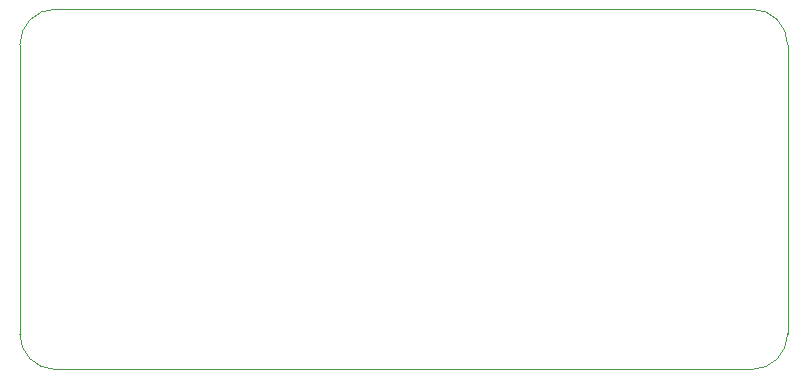
<source format=gbr>
%TF.GenerationSoftware,KiCad,Pcbnew,(5.1.10)-1*%
%TF.CreationDate,2021-06-16T23:55:04+02:00*%
%TF.ProjectId,_Final_EEE3088Project,5f46696e-616c-45f4-9545-453330383850,rev?*%
%TF.SameCoordinates,Original*%
%TF.FileFunction,Profile,NP*%
%FSLAX46Y46*%
G04 Gerber Fmt 4.6, Leading zero omitted, Abs format (unit mm)*
G04 Created by KiCad (PCBNEW (5.1.10)-1) date 2021-06-16 23:55:04*
%MOMM*%
%LPD*%
G01*
G04 APERTURE LIST*
%TA.AperFunction,Profile*%
%ADD10C,0.100000*%
%TD*%
G04 APERTURE END LIST*
D10*
X99800000Y-72200000D02*
X158800000Y-72200000D01*
X96800000Y-99700000D02*
X96800000Y-75200000D01*
X158800000Y-102700000D02*
X99800000Y-102700000D01*
X161800000Y-75200000D02*
X161800000Y-99700000D01*
X161800000Y-99700000D02*
G75*
G02*
X158800000Y-102700000I-3000000J0D01*
G01*
X158800000Y-72200000D02*
G75*
G02*
X161800000Y-75200000I0J-3000000D01*
G01*
X96800000Y-75200000D02*
G75*
G02*
X99800000Y-72200000I3000000J0D01*
G01*
X99800000Y-102700000D02*
G75*
G02*
X96800000Y-99700000I0J3000000D01*
G01*
M02*

</source>
